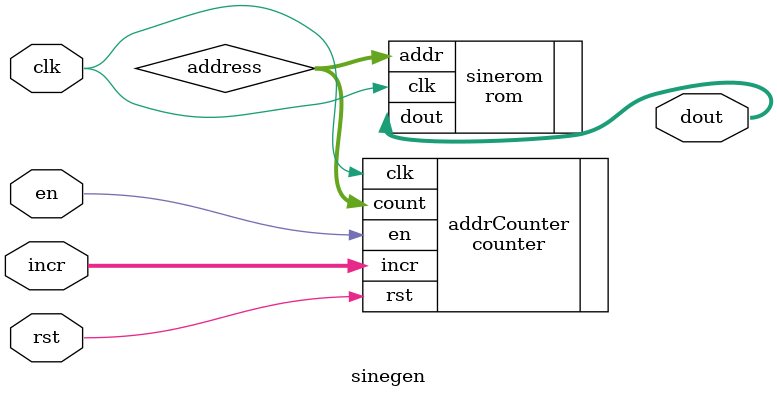
<source format=sv>
module sinegen #(
    parameter   A_WIDTH = 8, 
                D_WIDTH = 8  
    ) (
        // interface signals
        input logic                     clk, 
        input logic                     rst, 
        input logic                     en, 
        input logic     [D_WIDTH-1:0]   incr, 
        output logic    [D_WIDTH-1:0]   dout
    );

        logic [A_WIDTH-1:0]             address;

    counter addrCounter (
        .clk(clk), 
        .rst(rst), 
        .en(en), 
        .incr(incr), 
        .count(address)
    );

    rom sinerom (
        .clk(clk), 
        .addr(address), 
        .dout(dout)
    );

endmodule

</source>
